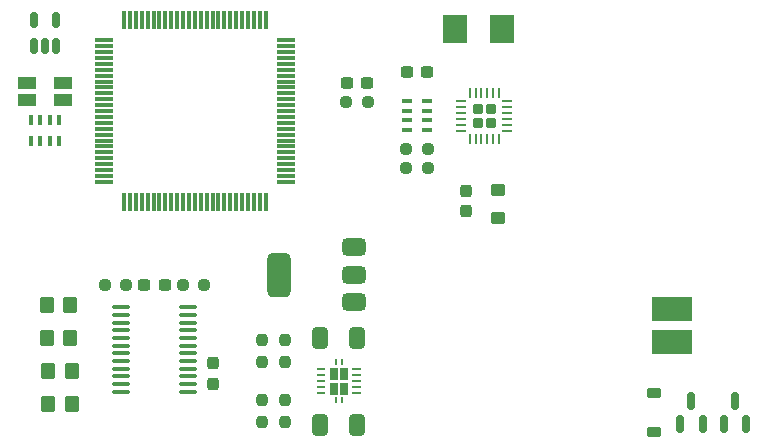
<source format=gbr>
G04 #@! TF.GenerationSoftware,KiCad,Pcbnew,8.0.1*
G04 #@! TF.CreationDate,2024-04-14T22:29:54+02:00*
G04 #@! TF.ProjectId,ETH16CDAQ1,45544831-3643-4444-9151-312e6b696361,rev?*
G04 #@! TF.SameCoordinates,Original*
G04 #@! TF.FileFunction,Paste,Top*
G04 #@! TF.FilePolarity,Positive*
%FSLAX46Y46*%
G04 Gerber Fmt 4.6, Leading zero omitted, Abs format (unit mm)*
G04 Created by KiCad (PCBNEW 8.0.1) date 2024-04-14 22:29:54*
%MOMM*%
%LPD*%
G01*
G04 APERTURE LIST*
G04 Aperture macros list*
%AMRoundRect*
0 Rectangle with rounded corners*
0 $1 Rounding radius*
0 $2 $3 $4 $5 $6 $7 $8 $9 X,Y pos of 4 corners*
0 Add a 4 corners polygon primitive as box body*
4,1,4,$2,$3,$4,$5,$6,$7,$8,$9,$2,$3,0*
0 Add four circle primitives for the rounded corners*
1,1,$1+$1,$2,$3*
1,1,$1+$1,$4,$5*
1,1,$1+$1,$6,$7*
1,1,$1+$1,$8,$9*
0 Add four rect primitives between the rounded corners*
20,1,$1+$1,$2,$3,$4,$5,0*
20,1,$1+$1,$4,$5,$6,$7,0*
20,1,$1+$1,$6,$7,$8,$9,0*
20,1,$1+$1,$8,$9,$2,$3,0*%
%AMFreePoly0*
4,1,25,0.266375,0.443630,0.297109,0.420047,0.420047,0.297109,0.458455,0.230584,0.463512,0.192176,0.463512,-0.192176,0.443630,-0.266375,0.420047,-0.297109,0.297109,-0.420047,0.230584,-0.458455,0.192176,-0.463512,-0.192176,-0.463512,-0.266375,-0.443630,-0.297109,-0.420047,-0.420047,-0.297109,-0.458455,-0.230584,-0.463512,-0.192176,-0.463512,0.192176,-0.443630,0.266375,-0.420047,0.297109,
-0.297109,0.420047,-0.230584,0.458455,-0.192176,0.463512,0.192176,0.463512,0.266375,0.443630,0.266375,0.443630,$1*%
G04 Aperture macros list end*
%ADD10RoundRect,0.250000X-0.350000X0.275000X-0.350000X-0.275000X0.350000X-0.275000X0.350000X0.275000X0*%
%ADD11RoundRect,0.237500X-0.250000X-0.237500X0.250000X-0.237500X0.250000X0.237500X-0.250000X0.237500X0*%
%ADD12RoundRect,0.237500X-0.300000X-0.237500X0.300000X-0.237500X0.300000X0.237500X-0.300000X0.237500X0*%
%ADD13RoundRect,0.237500X0.237500X-0.250000X0.237500X0.250000X-0.237500X0.250000X-0.237500X-0.250000X0*%
%ADD14RoundRect,0.150000X0.150000X-0.587500X0.150000X0.587500X-0.150000X0.587500X-0.150000X-0.587500X0*%
%ADD15RoundRect,0.150000X0.150000X-0.512500X0.150000X0.512500X-0.150000X0.512500X-0.150000X-0.512500X0*%
%ADD16RoundRect,0.237500X0.300000X0.237500X-0.300000X0.237500X-0.300000X-0.237500X0.300000X-0.237500X0*%
%ADD17RoundRect,0.250000X-0.350000X-0.450000X0.350000X-0.450000X0.350000X0.450000X-0.350000X0.450000X0*%
%ADD18RoundRect,0.237500X-0.237500X0.250000X-0.237500X-0.250000X0.237500X-0.250000X0.237500X0.250000X0*%
%ADD19R,0.900000X0.400000*%
%ADD20RoundRect,0.237500X0.250000X0.237500X-0.250000X0.237500X-0.250000X-0.237500X0.250000X-0.237500X0*%
%ADD21RoundRect,0.237500X-0.237500X0.300000X-0.237500X-0.300000X0.237500X-0.300000X0.237500X0.300000X0*%
%ADD22RoundRect,0.075000X-0.075000X0.725000X-0.075000X-0.725000X0.075000X-0.725000X0.075000X0.725000X0*%
%ADD23RoundRect,0.075000X-0.725000X0.075000X-0.725000X-0.075000X0.725000X-0.075000X0.725000X0.075000X0*%
%ADD24R,3.500000X2.050000*%
%ADD25RoundRect,0.250000X-0.412500X-0.650000X0.412500X-0.650000X0.412500X0.650000X-0.412500X0.650000X0*%
%ADD26R,0.230000X0.230000*%
%ADD27O,0.800000X0.230000*%
%ADD28R,0.680000X1.050000*%
%ADD29R,0.260000X0.500000*%
%ADD30R,0.400000X0.900000*%
%ADD31RoundRect,0.250000X0.350000X0.450000X-0.350000X0.450000X-0.350000X-0.450000X0.350000X-0.450000X0*%
%ADD32RoundRect,0.375000X0.625000X0.375000X-0.625000X0.375000X-0.625000X-0.375000X0.625000X-0.375000X0*%
%ADD33RoundRect,0.500000X0.500000X1.400000X-0.500000X1.400000X-0.500000X-1.400000X0.500000X-1.400000X0*%
%ADD34R,1.500000X1.100000*%
%ADD35RoundRect,0.100000X-0.637500X-0.100000X0.637500X-0.100000X0.637500X0.100000X-0.637500X0.100000X0*%
%ADD36FreePoly0,270.000000*%
%ADD37RoundRect,0.062500X-0.062500X0.375000X-0.062500X-0.375000X0.062500X-0.375000X0.062500X0.375000X0*%
%ADD38RoundRect,0.062500X-0.375000X0.062500X-0.375000X-0.062500X0.375000X-0.062500X0.375000X0.062500X0*%
%ADD39RoundRect,0.237500X0.237500X-0.300000X0.237500X0.300000X-0.237500X0.300000X-0.237500X-0.300000X0*%
%ADD40RoundRect,0.225000X0.375000X-0.225000X0.375000X0.225000X-0.375000X0.225000X-0.375000X-0.225000X0*%
%ADD41R,2.000000X2.400000*%
G04 APERTURE END LIST*
D10*
G04 #@! TO.C,FB301*
X170561000Y-100069000D03*
X170561000Y-102369000D03*
G04 #@! TD*
D11*
G04 #@! TO.C,R302*
X162790500Y-98171000D03*
X164615500Y-98171000D03*
G04 #@! TD*
D12*
G04 #@! TO.C,C212*
X157760500Y-90932000D03*
X159485500Y-90932000D03*
G04 #@! TD*
D13*
G04 #@! TO.C,R503*
X152527000Y-119657500D03*
X152527000Y-117832500D03*
G04 #@! TD*
D14*
G04 #@! TO.C,Q502*
X185994000Y-119809500D03*
X187894000Y-119809500D03*
X186944000Y-117934500D03*
G04 #@! TD*
D15*
G04 #@! TO.C,U201*
X131257000Y-87878500D03*
X132207000Y-87878500D03*
X133157000Y-87878500D03*
X133157000Y-85603500D03*
X131257000Y-85603500D03*
G04 #@! TD*
D16*
G04 #@! TO.C,C405*
X142340500Y-108077000D03*
X140615500Y-108077000D03*
G04 #@! TD*
D17*
G04 #@! TO.C,R401*
X132350000Y-112522000D03*
X134350000Y-112522000D03*
G04 #@! TD*
D18*
G04 #@! TO.C,R504*
X150622000Y-117832500D03*
X150622000Y-119657500D03*
G04 #@! TD*
D13*
G04 #@! TO.C,R506*
X152527000Y-114577500D03*
X152527000Y-112752500D03*
G04 #@! TD*
D19*
G04 #@! TO.C,RN301*
X162853000Y-92526000D03*
X162853000Y-93326000D03*
X162853000Y-94126000D03*
X162853000Y-94926000D03*
X164553000Y-94926000D03*
X164553000Y-94126000D03*
X164553000Y-93326000D03*
X164553000Y-92526000D03*
G04 #@! TD*
D20*
G04 #@! TO.C,R202*
X159535500Y-92583000D03*
X157710500Y-92583000D03*
G04 #@! TD*
D17*
G04 #@! TO.C,R402*
X132477000Y-115316000D03*
X134477000Y-115316000D03*
G04 #@! TD*
D21*
G04 #@! TO.C,C307*
X167894000Y-100102500D03*
X167894000Y-101827500D03*
G04 #@! TD*
D22*
G04 #@! TO.C,U202*
X150907000Y-85670000D03*
X150407000Y-85670000D03*
X149907000Y-85670000D03*
X149407000Y-85670000D03*
X148907000Y-85670000D03*
X148407000Y-85670000D03*
X147907000Y-85670000D03*
X147407000Y-85670000D03*
X146907000Y-85670000D03*
X146407000Y-85670000D03*
X145907000Y-85670000D03*
X145407000Y-85670000D03*
X144907000Y-85670000D03*
X144407000Y-85670000D03*
X143907000Y-85670000D03*
X143407000Y-85670000D03*
X142907000Y-85670000D03*
X142407000Y-85670000D03*
X141907000Y-85670000D03*
X141407000Y-85670000D03*
X140907000Y-85670000D03*
X140407000Y-85670000D03*
X139907000Y-85670000D03*
X139407000Y-85670000D03*
X138907000Y-85670000D03*
D23*
X137232000Y-87345000D03*
X137232000Y-87845000D03*
X137232000Y-88345000D03*
X137232000Y-88845000D03*
X137232000Y-89345000D03*
X137232000Y-89845000D03*
X137232000Y-90345000D03*
X137232000Y-90845000D03*
X137232000Y-91345000D03*
X137232000Y-91845000D03*
X137232000Y-92345000D03*
X137232000Y-92845000D03*
X137232000Y-93345000D03*
X137232000Y-93845000D03*
X137232000Y-94345000D03*
X137232000Y-94845000D03*
X137232000Y-95345000D03*
X137232000Y-95845000D03*
X137232000Y-96345000D03*
X137232000Y-96845000D03*
X137232000Y-97345000D03*
X137232000Y-97845000D03*
X137232000Y-98345000D03*
X137232000Y-98845000D03*
X137232000Y-99345000D03*
D22*
X138907000Y-101020000D03*
X139407000Y-101020000D03*
X139907000Y-101020000D03*
X140407000Y-101020000D03*
X140907000Y-101020000D03*
X141407000Y-101020000D03*
X141907000Y-101020000D03*
X142407000Y-101020000D03*
X142907000Y-101020000D03*
X143407000Y-101020000D03*
X143907000Y-101020000D03*
X144407000Y-101020000D03*
X144907000Y-101020000D03*
X145407000Y-101020000D03*
X145907000Y-101020000D03*
X146407000Y-101020000D03*
X146907000Y-101020000D03*
X147407000Y-101020000D03*
X147907000Y-101020000D03*
X148407000Y-101020000D03*
X148907000Y-101020000D03*
X149407000Y-101020000D03*
X149907000Y-101020000D03*
X150407000Y-101020000D03*
X150907000Y-101020000D03*
D23*
X152582000Y-99345000D03*
X152582000Y-98845000D03*
X152582000Y-98345000D03*
X152582000Y-97845000D03*
X152582000Y-97345000D03*
X152582000Y-96845000D03*
X152582000Y-96345000D03*
X152582000Y-95845000D03*
X152582000Y-95345000D03*
X152582000Y-94845000D03*
X152582000Y-94345000D03*
X152582000Y-93845000D03*
X152582000Y-93345000D03*
X152582000Y-92845000D03*
X152582000Y-92345000D03*
X152582000Y-91845000D03*
X152582000Y-91345000D03*
X152582000Y-90845000D03*
X152582000Y-90345000D03*
X152582000Y-89845000D03*
X152582000Y-89345000D03*
X152582000Y-88845000D03*
X152582000Y-88345000D03*
X152582000Y-87845000D03*
X152582000Y-87345000D03*
G04 #@! TD*
D24*
G04 #@! TO.C,L501*
X185293000Y-112881000D03*
X185293000Y-110131000D03*
G04 #@! TD*
D25*
G04 #@! TO.C,C513*
X155536500Y-112522000D03*
X158661500Y-112522000D03*
G04 #@! TD*
D26*
G04 #@! TO.C,U504*
X158859000Y-117205000D03*
D27*
X158574000Y-117205000D03*
D26*
X158859000Y-116705000D03*
D27*
X158574000Y-116705000D03*
D26*
X158859000Y-116205000D03*
D27*
X158574000Y-116205000D03*
D26*
X158859000Y-115705000D03*
D27*
X158574000Y-115705000D03*
D26*
X158859000Y-115205000D03*
D27*
X158574000Y-115205000D03*
X155624000Y-115205000D03*
D26*
X155339000Y-115205000D03*
D27*
X155624000Y-115705000D03*
D26*
X155339000Y-115705000D03*
D27*
X155624000Y-116205000D03*
D26*
X155339000Y-116205000D03*
D27*
X155624000Y-116705000D03*
D26*
X155339000Y-116705000D03*
D27*
X155624000Y-117205000D03*
D26*
X155339000Y-117205000D03*
D28*
X157549000Y-116840000D03*
X157549000Y-115570000D03*
D29*
X157349000Y-117835000D03*
X157349000Y-114575000D03*
X156849000Y-117835000D03*
X156849000Y-114575000D03*
D28*
X156649000Y-116840000D03*
X156649000Y-115570000D03*
G04 #@! TD*
D14*
G04 #@! TO.C,Q501*
X189677000Y-119809500D03*
X191577000Y-119809500D03*
X190627000Y-117934500D03*
G04 #@! TD*
D30*
G04 #@! TO.C,RN201*
X131007000Y-95846000D03*
X131807000Y-95846000D03*
X132607000Y-95846000D03*
X133407000Y-95846000D03*
X133407000Y-94146000D03*
X132607000Y-94146000D03*
X131807000Y-94146000D03*
X131007000Y-94146000D03*
G04 #@! TD*
D31*
G04 #@! TO.C,R403*
X134350000Y-109728000D03*
X132350000Y-109728000D03*
G04 #@! TD*
D32*
G04 #@! TO.C,U503*
X158344000Y-109488000D03*
X158344000Y-107188000D03*
D33*
X152044000Y-107188000D03*
D32*
X158344000Y-104888000D03*
G04 #@! TD*
D34*
G04 #@! TO.C,D201*
X130707000Y-90944000D03*
X133707000Y-90944000D03*
X133707000Y-92444000D03*
X130707000Y-92444000D03*
G04 #@! TD*
D35*
G04 #@! TO.C,U401*
X138615500Y-109963000D03*
X138615500Y-110613000D03*
X138615500Y-111263000D03*
X138615500Y-111913000D03*
X138615500Y-112563000D03*
X138615500Y-113213000D03*
X138615500Y-113863000D03*
X138615500Y-114513000D03*
X138615500Y-115163000D03*
X138615500Y-115813000D03*
X138615500Y-116463000D03*
X138615500Y-117113000D03*
X144340500Y-117113000D03*
X144340500Y-116463000D03*
X144340500Y-115813000D03*
X144340500Y-115163000D03*
X144340500Y-114513000D03*
X144340500Y-113863000D03*
X144340500Y-113213000D03*
X144340500Y-112563000D03*
X144340500Y-111913000D03*
X144340500Y-111263000D03*
X144340500Y-110613000D03*
X144340500Y-109963000D03*
G04 #@! TD*
D36*
G04 #@! TO.C,U301*
X169988000Y-93202000D03*
X168848000Y-93202000D03*
X169988000Y-94342000D03*
X168848000Y-94342000D03*
D37*
X170668000Y-91834500D03*
X170168000Y-91834500D03*
X169668000Y-91834500D03*
X169168000Y-91834500D03*
X168668000Y-91834500D03*
X168168000Y-91834500D03*
D38*
X167480500Y-92522000D03*
X167480500Y-93022000D03*
X167480500Y-93522000D03*
X167480500Y-94022000D03*
X167480500Y-94522000D03*
X167480500Y-95022000D03*
D37*
X168168000Y-95709500D03*
X168668000Y-95709500D03*
X169168000Y-95709500D03*
X169668000Y-95709500D03*
X170168000Y-95709500D03*
X170668000Y-95709500D03*
D38*
X171355500Y-95022000D03*
X171355500Y-94522000D03*
X171355500Y-94022000D03*
X171355500Y-93522000D03*
X171355500Y-93022000D03*
X171355500Y-92522000D03*
G04 #@! TD*
D13*
G04 #@! TO.C,R505*
X150622000Y-114577500D03*
X150622000Y-112752500D03*
G04 #@! TD*
D16*
G04 #@! TO.C,C306*
X164565500Y-90043000D03*
X162840500Y-90043000D03*
G04 #@! TD*
D11*
G04 #@! TO.C,R301*
X162790500Y-96520000D03*
X164615500Y-96520000D03*
G04 #@! TD*
D31*
G04 #@! TO.C,R404*
X134477000Y-118110000D03*
X132477000Y-118110000D03*
G04 #@! TD*
D39*
G04 #@! TO.C,C403*
X146431000Y-116432500D03*
X146431000Y-114707500D03*
G04 #@! TD*
D40*
G04 #@! TO.C,D502*
X183769000Y-120522000D03*
X183769000Y-117222000D03*
G04 #@! TD*
D20*
G04 #@! TO.C,R405*
X145692500Y-108077000D03*
X143867500Y-108077000D03*
G04 #@! TD*
D11*
G04 #@! TO.C,R406*
X137263500Y-108077000D03*
X139088500Y-108077000D03*
G04 #@! TD*
D41*
G04 #@! TO.C,Y301*
X170910000Y-86360000D03*
X166910000Y-86360000D03*
G04 #@! TD*
D25*
G04 #@! TO.C,C512*
X155536500Y-119888000D03*
X158661500Y-119888000D03*
G04 #@! TD*
M02*

</source>
